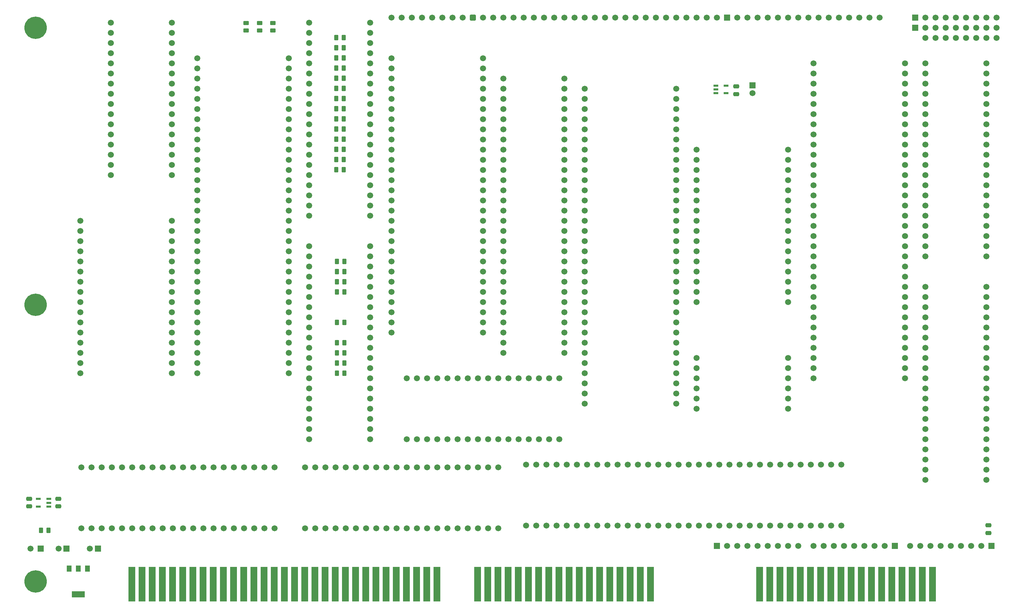
<source format=gts>
%TF.GenerationSoftware,KiCad,Pcbnew,8.0.4*%
%TF.CreationDate,2024-08-15T21:10:45+02:00*%
%TF.ProjectId,Processor Board,50726f63-6573-4736-9f72-20426f617264,rev?*%
%TF.SameCoordinates,PX10f6c60PY1360f00*%
%TF.FileFunction,Soldermask,Top*%
%TF.FilePolarity,Negative*%
%FSLAX46Y46*%
G04 Gerber Fmt 4.6, Leading zero omitted, Abs format (unit mm)*
G04 Created by KiCad (PCBNEW 8.0.4) date 2024-08-15 21:10:45*
%MOMM*%
%LPD*%
G01*
G04 APERTURE LIST*
G04 Aperture macros list*
%AMRoundRect*
0 Rectangle with rounded corners*
0 $1 Rounding radius*
0 $2 $3 $4 $5 $6 $7 $8 $9 X,Y pos of 4 corners*
0 Add a 4 corners polygon primitive as box body*
4,1,4,$2,$3,$4,$5,$6,$7,$8,$9,$2,$3,0*
0 Add four circle primitives for the rounded corners*
1,1,$1+$1,$2,$3*
1,1,$1+$1,$4,$5*
1,1,$1+$1,$6,$7*
1,1,$1+$1,$8,$9*
0 Add four rect primitives between the rounded corners*
20,1,$1+$1,$2,$3,$4,$5,0*
20,1,$1+$1,$4,$5,$6,$7,0*
20,1,$1+$1,$6,$7,$8,$9,0*
20,1,$1+$1,$8,$9,$2,$3,0*%
G04 Aperture macros list end*
%ADD10RoundRect,0.250000X-0.262500X-0.450000X0.262500X-0.450000X0.262500X0.450000X-0.262500X0.450000X0*%
%ADD11C,1.500000*%
%ADD12R,1.200000X1.500000*%
%ADD13R,3.300000X1.500000*%
%ADD14R,1.150000X0.600000*%
%ADD15R,1.780000X8.620000*%
%ADD16RoundRect,0.250000X-0.475000X0.250000X-0.475000X-0.250000X0.475000X-0.250000X0.475000X0.250000X0*%
%ADD17RoundRect,0.262467X-0.537533X-0.537533X0.537533X-0.537533X0.537533X0.537533X-0.537533X0.537533X0*%
%ADD18R,1.600000X1.600000*%
%ADD19RoundRect,0.250000X0.450000X-0.262500X0.450000X0.262500X-0.450000X0.262500X-0.450000X-0.262500X0*%
%ADD20R,1.500000X1.500000*%
%ADD21RoundRect,0.400000X-0.400000X-0.400000X0.400000X-0.400000X0.400000X0.400000X-0.400000X0.400000X0*%
%ADD22C,5.600000*%
%ADD23RoundRect,0.250000X0.475000X-0.250000X0.475000X0.250000X-0.475000X0.250000X-0.475000X-0.250000X0*%
G04 APERTURE END LIST*
D10*
%TO.C,R20*%
X75137000Y-30343000D03*
X76962000Y-30343000D03*
%TD*%
D11*
%TO.C,B10*%
X18772500Y1270000D03*
X18772500Y-1270000D03*
X18772500Y-3810000D03*
X18772500Y-6350000D03*
X18772500Y-8890000D03*
X18772500Y-11430000D03*
X18772500Y-13970000D03*
X18772500Y-16510000D03*
X18772500Y-19050000D03*
X18772500Y-21590000D03*
X18772500Y-24130000D03*
X18772500Y-26670000D03*
X18772500Y-29210000D03*
X18772500Y-31750000D03*
X18772500Y-34290000D03*
X18772500Y-36830000D03*
X34012500Y-36830000D03*
X34012500Y-34290000D03*
X34012500Y-31750000D03*
X34012500Y-29210000D03*
X34012500Y-26670000D03*
X34012500Y-24130000D03*
X34012500Y-21590000D03*
X34012500Y-19050000D03*
X34012500Y-16510000D03*
X34012500Y-13970000D03*
X34012500Y-11430000D03*
X34012500Y-8890000D03*
X34012500Y-6350000D03*
X34012500Y-3810000D03*
X34012500Y-1270000D03*
X34012500Y1270000D03*
%TD*%
D12*
%TO.C,IC3*%
X12960000Y-135230000D03*
X10660000Y-135230000D03*
X8360000Y-135230000D03*
D13*
X10660000Y-141630000D03*
%TD*%
D14*
%TO.C,IC1*%
X169896000Y-14417000D03*
X169896000Y-15367000D03*
X169896000Y-16317000D03*
X172496000Y-16317000D03*
X172496000Y-14417000D03*
%TD*%
D15*
%TO.C,J1*%
X180858248Y-139065000D03*
X183398248Y-139065000D03*
X185938248Y-139065000D03*
X188478248Y-139065000D03*
X191018248Y-139065000D03*
X193558248Y-139065000D03*
X196098248Y-139065000D03*
X198638248Y-139065000D03*
X201178248Y-139065000D03*
X203718248Y-139065000D03*
X206258248Y-139065000D03*
X208798248Y-139065000D03*
X211338248Y-139065000D03*
X213878248Y-139065000D03*
X216418248Y-139065000D03*
X218958248Y-139065000D03*
X221498248Y-139065000D03*
X224038248Y-139065000D03*
%TD*%
D16*
%TO.C,C1*%
X5669000Y-117737000D03*
X5669000Y-119637000D03*
%TD*%
D17*
%TO.C,B18*%
X219710000Y2540000D03*
D11*
X222250000Y2540000D03*
X224790000Y2540000D03*
X227330000Y2540000D03*
X229870000Y2540000D03*
X232410000Y2540000D03*
X234950000Y2540000D03*
X237490000Y2540000D03*
X240030000Y2540000D03*
D18*
X219710000Y0D03*
D11*
X222250000Y0D03*
X224790000Y0D03*
X227330000Y0D03*
X229870000Y0D03*
X232410000Y0D03*
X234950000Y0D03*
X237490000Y0D03*
X240030000Y0D03*
X222250000Y-2540000D03*
X224790000Y-2540000D03*
X227329999Y-2540000D03*
X229870000Y-2540000D03*
X232410000Y-2540000D03*
X234950000Y-2540000D03*
X237490000Y-2540000D03*
X240030001Y-2540000D03*
%TD*%
D19*
%TO.C,R7*%
X55997000Y-658500D03*
X55997000Y1166500D03*
%TD*%
D11*
%TO.C,B5*%
X116840000Y-12700000D03*
X116840000Y-15240000D03*
X116840000Y-17780000D03*
X116840000Y-20320000D03*
X116840000Y-22860000D03*
X116840000Y-25400000D03*
X116840000Y-27940000D03*
X116840000Y-30480000D03*
X116840000Y-33020000D03*
X116840000Y-35560000D03*
X116840000Y-38100000D03*
X116840000Y-40640000D03*
X116840000Y-43180000D03*
X116840000Y-45720000D03*
X116840000Y-48260000D03*
X116840000Y-50800000D03*
X116840000Y-53340000D03*
X116840000Y-55880000D03*
X116840000Y-58420000D03*
X116840000Y-60960000D03*
X116840000Y-63500000D03*
X116840000Y-66040000D03*
X116840000Y-68580000D03*
X116840000Y-71120000D03*
X116840000Y-73660000D03*
X116840000Y-76200000D03*
X116840000Y-78740000D03*
X116840000Y-81280000D03*
X132080000Y-81280000D03*
X132080000Y-78740000D03*
X132080000Y-76200000D03*
X132080000Y-73660000D03*
X132080000Y-71120000D03*
X132080000Y-68580000D03*
X132080000Y-66040000D03*
X132080000Y-63500000D03*
X132080000Y-60960000D03*
X132080000Y-58420000D03*
X132080000Y-55880000D03*
X132080000Y-53340000D03*
X132080000Y-50800000D03*
X132080000Y-48260000D03*
X132080000Y-45720000D03*
X132080000Y-43180000D03*
X132080000Y-40640000D03*
X132080000Y-38100000D03*
X132080000Y-35560000D03*
X132080000Y-33020000D03*
X132080000Y-30480000D03*
X132080000Y-27940000D03*
X132080000Y-25400000D03*
X132080000Y-22860000D03*
X132080000Y-20320000D03*
X132080000Y-17780000D03*
X132080000Y-15240000D03*
X132080000Y-12700000D03*
%TD*%
%TO.C,B3*%
X222250000Y-8890000D03*
X222250000Y-11430000D03*
X222250000Y-13970000D03*
X222250000Y-16510000D03*
X222250000Y-19050000D03*
X222250000Y-21590000D03*
X222250000Y-24130000D03*
X222250000Y-26670000D03*
X222250000Y-29210000D03*
X222250000Y-31750000D03*
X222250000Y-34290000D03*
X222250000Y-36830000D03*
X222250000Y-39370000D03*
X222250000Y-41910000D03*
X222250000Y-44450000D03*
X222250000Y-46990000D03*
X222250000Y-49530000D03*
X222250000Y-52070000D03*
X222250000Y-54610000D03*
X222250000Y-57150000D03*
X237490000Y-57150000D03*
X237490000Y-54610000D03*
X237490000Y-52070000D03*
X237490000Y-49530000D03*
X237490000Y-46990000D03*
X237490000Y-44450000D03*
X237490000Y-41910000D03*
X237490000Y-39370000D03*
X237490000Y-36830000D03*
X237490000Y-34290000D03*
X237490000Y-31750000D03*
X237490000Y-29210000D03*
X237490000Y-26670000D03*
X237490000Y-24130000D03*
X237490000Y-21590000D03*
X237490000Y-19050000D03*
X237490000Y-16510000D03*
X237490000Y-13970000D03*
X237490000Y-11430000D03*
X237490000Y-8890000D03*
%TD*%
D19*
%TO.C,R6*%
X59299000Y-658500D03*
X59299000Y1166500D03*
%TD*%
D11*
%TO.C,B9*%
X59682000Y-109855000D03*
X57142000Y-109855000D03*
X54602000Y-109855000D03*
X52062000Y-109855000D03*
X49522000Y-109855000D03*
X46982000Y-109855000D03*
X44442000Y-109855000D03*
X41902000Y-109855000D03*
X39362000Y-109855000D03*
X36822000Y-109855000D03*
X34282000Y-109855000D03*
X31742000Y-109855000D03*
X29202000Y-109855000D03*
X26662000Y-109855000D03*
X24122000Y-109855000D03*
X21582000Y-109855000D03*
X19042000Y-109855000D03*
X16502000Y-109855000D03*
X13962000Y-109855000D03*
X11422000Y-109855000D03*
X11422000Y-125095000D03*
X13962000Y-125095000D03*
X16502000Y-125095000D03*
X19042000Y-125095000D03*
X21582000Y-125095000D03*
X24122000Y-125095000D03*
X26662000Y-125095000D03*
X29202000Y-125095000D03*
X31742000Y-125095000D03*
X34282000Y-125095000D03*
X36822000Y-125095000D03*
X39362000Y-125095000D03*
X41902000Y-125095000D03*
X44442000Y-125095000D03*
X46982000Y-125095000D03*
X49522000Y-125095000D03*
X52062000Y-125095000D03*
X54602000Y-125095000D03*
X57142000Y-125095000D03*
X59682000Y-125095000D03*
%TD*%
%TO.C,B11*%
X11152500Y-48260000D03*
X11152500Y-50800000D03*
X11152500Y-53340000D03*
X11152500Y-55880000D03*
X11152500Y-58420000D03*
X11152500Y-60960000D03*
X11152500Y-63500000D03*
X11152500Y-66040000D03*
X11152500Y-68580000D03*
X11152500Y-71120000D03*
X11152500Y-73660000D03*
X11152500Y-76200000D03*
X11152500Y-78740000D03*
X11152500Y-81280000D03*
X11152500Y-83820000D03*
X11152500Y-86360000D03*
X34012500Y-86360000D03*
X34012500Y-83820000D03*
X34012500Y-81280000D03*
X34012500Y-78740000D03*
X34012500Y-76200000D03*
X34012500Y-73660000D03*
X34012500Y-71120000D03*
X34012500Y-68580000D03*
X34012500Y-66040000D03*
X34012500Y-63500000D03*
X34012500Y-60960000D03*
X34012500Y-58420000D03*
X34012500Y-55880000D03*
X34012500Y-53340000D03*
X34012500Y-50800000D03*
X34012500Y-48260000D03*
%TD*%
D20*
%TO.C,RN8*%
X238760000Y-129540000D03*
D11*
X236220000Y-129540000D03*
X233680000Y-129540000D03*
X231140000Y-129540000D03*
X228600000Y-129540000D03*
X226060000Y-129540000D03*
X223520000Y-129540000D03*
X220980000Y-129540000D03*
X218440000Y-129540000D03*
%TD*%
D19*
%TO.C,R1*%
X52568000Y-658500D03*
X52568000Y1166500D03*
%TD*%
D10*
%TO.C,R19*%
X75137000Y-27803000D03*
X76962000Y-27803000D03*
%TD*%
%TO.C,R9*%
X75137000Y-2403000D03*
X76962000Y-2403000D03*
%TD*%
%TO.C,R11*%
X75137000Y-7483000D03*
X76962000Y-7483000D03*
%TD*%
%TO.C,R22*%
X75287500Y-60940000D03*
X77112500Y-60940000D03*
%TD*%
%TO.C,R16*%
X75137000Y-20183000D03*
X76962000Y-20183000D03*
%TD*%
D11*
%TO.C,B13*%
X88900000Y2540000D03*
X91440000Y2540000D03*
X93980000Y2540000D03*
X96520000Y2540000D03*
X99060000Y2540000D03*
X101600000Y2540000D03*
X104140000Y2540000D03*
X106680000Y2540000D03*
D21*
X109220000Y2540000D03*
D11*
X111760000Y2540000D03*
X114300000Y2540000D03*
X116840000Y2540000D03*
X119380000Y2540000D03*
X121920000Y2540000D03*
X124460000Y2540000D03*
X127000000Y2540000D03*
X129540000Y2540000D03*
X132080000Y2540000D03*
X134620000Y2540000D03*
X137160000Y2540000D03*
X139700000Y2540000D03*
X142240000Y2540000D03*
X144780000Y2540000D03*
X147320000Y2540000D03*
X149860000Y2540000D03*
X152400000Y2540000D03*
X154940000Y2540000D03*
X157480000Y2540000D03*
X160020000Y2540000D03*
X162560000Y2540000D03*
X165100000Y2540000D03*
X167640000Y2540000D03*
X170180000Y2540000D03*
D18*
X172720000Y2540000D03*
D11*
X175260000Y2540000D03*
X177800000Y2540000D03*
X180340000Y2540000D03*
X182880000Y2540000D03*
X185420000Y2540000D03*
X187960000Y2540000D03*
X190500000Y2540000D03*
X193040000Y2540000D03*
X195580000Y2540000D03*
X198120000Y2540000D03*
X200660000Y2540000D03*
X203200000Y2540000D03*
X205740000Y2540000D03*
X208280000Y2540000D03*
X210820000Y2540000D03*
%TD*%
%TO.C,B14*%
X68302500Y1270000D03*
X68302500Y-1270000D03*
X68302500Y-3810000D03*
X68302500Y-6350000D03*
X68302500Y-8890000D03*
X68302500Y-11430000D03*
X68302500Y-13970000D03*
X68302500Y-16510000D03*
X68302500Y-19050000D03*
X68302500Y-21590000D03*
X68302500Y-24130000D03*
X68302500Y-26670000D03*
X68302500Y-29210000D03*
X68302500Y-31750000D03*
X68302500Y-34290000D03*
X68302500Y-36830000D03*
X68302500Y-39370000D03*
X68302500Y-41910000D03*
X68302500Y-44450000D03*
X68302500Y-46990000D03*
X83542500Y-46990000D03*
X83542500Y-44450000D03*
X83542500Y-41910000D03*
X83542500Y-39370000D03*
X83542500Y-36830000D03*
X83542500Y-34290000D03*
X83542500Y-31750000D03*
X83542500Y-29210000D03*
X83542500Y-26670000D03*
X83542500Y-24130000D03*
X83542500Y-21590000D03*
X83542500Y-19050000D03*
X83542500Y-16510000D03*
X83542500Y-13970000D03*
X83542500Y-11430000D03*
X83542500Y-8890000D03*
X83542500Y-6350000D03*
X83542500Y-3810000D03*
X83542500Y-1270000D03*
X83542500Y1270000D03*
%TD*%
%TO.C,B19*%
X165100000Y-82550000D03*
X165100000Y-85090000D03*
X165100000Y-87630000D03*
X165100000Y-90170000D03*
X165100000Y-92710000D03*
X165100000Y-95250000D03*
X187960000Y-95250000D03*
X187960000Y-92710000D03*
X187960000Y-90170000D03*
X187960000Y-87630000D03*
X187960000Y-85090000D03*
X187960000Y-82550000D03*
%TD*%
D20*
%TO.C,C4*%
X7739000Y-130175000D03*
D11*
X5739000Y-130175000D03*
%TD*%
D22*
%TO.C,H8*%
X0Y0D03*
%TD*%
D14*
%TO.C,IC2*%
X3316000Y-119682000D03*
X3316000Y-118732000D03*
X3316000Y-117782000D03*
X716000Y-117782000D03*
X716000Y-119682000D03*
%TD*%
D16*
%TO.C,C2*%
X-1570000Y-117737000D03*
X-1570000Y-119637000D03*
%TD*%
D11*
%TO.C,B15*%
X130810000Y-87630000D03*
X128270000Y-87630000D03*
X125730000Y-87630000D03*
X123190000Y-87630000D03*
X120650000Y-87630000D03*
X118110000Y-87630000D03*
X115570000Y-87630000D03*
X113030000Y-87630000D03*
X110490000Y-87630000D03*
X107950000Y-87630000D03*
X105410000Y-87630000D03*
X102870000Y-87630000D03*
X100330000Y-87630000D03*
X97790000Y-87630000D03*
X95250000Y-87630000D03*
X92710000Y-87630000D03*
X92710000Y-102870000D03*
X95250000Y-102870000D03*
X97790000Y-102870000D03*
X100330000Y-102870000D03*
X102870000Y-102870000D03*
X105410000Y-102870000D03*
X107950000Y-102870000D03*
X110490000Y-102870000D03*
X113030000Y-102870000D03*
X115570000Y-102870000D03*
X118110000Y-102870000D03*
X120650000Y-102870000D03*
X123190000Y-102870000D03*
X125730000Y-102870000D03*
X128270000Y-102870000D03*
X130810000Y-102870000D03*
%TD*%
D10*
%TO.C,R25*%
X75137000Y-32883000D03*
X76962000Y-32883000D03*
%TD*%
D20*
%TO.C,RN9*%
X214630000Y-129540000D03*
D11*
X212090000Y-129540000D03*
X209550000Y-129540000D03*
X207010000Y-129540000D03*
X204470000Y-129540000D03*
X201930000Y-129540000D03*
X199390000Y-129540000D03*
X196850000Y-129540000D03*
X194310000Y-129540000D03*
%TD*%
D10*
%TO.C,R32*%
X75287500Y-86330000D03*
X77112500Y-86330000D03*
%TD*%
%TO.C,R23*%
X75287500Y-63470000D03*
X77112500Y-63470000D03*
%TD*%
%TO.C,R12*%
X75137000Y-10023000D03*
X76962000Y-10023000D03*
%TD*%
D11*
%TO.C,B6*%
X40362500Y-7620000D03*
X40362500Y-10160000D03*
X40362500Y-12700000D03*
X40362500Y-15240000D03*
X40362500Y-17780000D03*
X40362500Y-20320000D03*
X40362500Y-22860000D03*
X40362500Y-25400000D03*
X40362500Y-27940000D03*
X40362500Y-30480000D03*
X40362500Y-33020000D03*
X40362500Y-35560000D03*
X40362500Y-38100000D03*
X40362500Y-40640000D03*
X40362500Y-43180000D03*
X40362500Y-45720000D03*
X40362500Y-48260000D03*
X40362500Y-50800000D03*
X40362500Y-53340000D03*
X40362500Y-55880000D03*
X40362500Y-58420000D03*
X40362500Y-60960000D03*
X40362500Y-63500000D03*
X40362500Y-66040000D03*
X40362500Y-68580000D03*
X40362500Y-71120000D03*
X40362500Y-73660000D03*
X40362500Y-76200000D03*
X40362500Y-78740000D03*
X40362500Y-81280000D03*
X40362500Y-83820000D03*
X40362500Y-86360000D03*
X63222500Y-86360000D03*
X63222500Y-83820000D03*
X63222500Y-81280000D03*
X63222500Y-78740000D03*
X63222500Y-76200000D03*
X63222500Y-73660000D03*
X63222500Y-71120000D03*
X63222500Y-68580000D03*
X63222500Y-66040000D03*
X63222500Y-63500000D03*
X63222500Y-60960000D03*
X63222500Y-58420000D03*
X63222500Y-55880000D03*
X63222500Y-53340000D03*
X63222500Y-50800000D03*
X63222500Y-48260000D03*
X63222500Y-45720000D03*
X63222500Y-43180000D03*
X63222500Y-40640000D03*
X63222500Y-38100000D03*
X63222500Y-35560000D03*
X63222500Y-33020000D03*
X63222500Y-30480000D03*
X63222500Y-27940000D03*
X63222500Y-25400000D03*
X63222500Y-22860000D03*
X63222500Y-20320000D03*
X63222500Y-17780000D03*
X63222500Y-15240000D03*
X63222500Y-12700000D03*
X63222500Y-10160000D03*
X63222500Y-7620000D03*
%TD*%
%TO.C,B16*%
X68302500Y-54610000D03*
X68302500Y-57150000D03*
X68302500Y-59690000D03*
X68302500Y-62230000D03*
X68302500Y-64770000D03*
X68302500Y-67310000D03*
X68302500Y-69850000D03*
X68302500Y-72390000D03*
X68302500Y-74930000D03*
X68302500Y-77470000D03*
X68302500Y-80010000D03*
X68302500Y-82550000D03*
X68302500Y-85090000D03*
X68302500Y-87630000D03*
X68302500Y-90170000D03*
X68302500Y-92710000D03*
X68302500Y-95250000D03*
X68302500Y-97790000D03*
X68302500Y-100330000D03*
X68302500Y-102870000D03*
X83542500Y-102870000D03*
X83542500Y-100330000D03*
X83542500Y-97790000D03*
X83542500Y-95250000D03*
X83542500Y-92710000D03*
X83542500Y-90170000D03*
X83542500Y-87630000D03*
X83542500Y-85090000D03*
X83542500Y-82550000D03*
X83542500Y-80010000D03*
X83542500Y-77470000D03*
X83542500Y-74930000D03*
X83542500Y-72390000D03*
X83542500Y-69850000D03*
X83542500Y-67310000D03*
X83542500Y-64770000D03*
X83542500Y-62230000D03*
X83542500Y-59690000D03*
X83542500Y-57150000D03*
X83542500Y-54610000D03*
%TD*%
D20*
%TO.C,LED2*%
X1262000Y-130175000D03*
D11*
X-1278000Y-130175000D03*
%TD*%
D20*
%TO.C,C3*%
X15581000Y-130175000D03*
D11*
X13581000Y-130175000D03*
%TD*%
%TO.C,B1*%
X137160000Y-15240000D03*
X137160000Y-17780000D03*
X137160000Y-20320000D03*
X137160000Y-22860000D03*
X137160000Y-25400000D03*
X137160000Y-27940000D03*
X137160000Y-30480000D03*
X137160000Y-33020000D03*
X137160000Y-35560000D03*
X137160000Y-38100000D03*
X137160000Y-40640000D03*
X137160000Y-43180000D03*
X137160000Y-45720000D03*
X137160000Y-48260000D03*
X137160000Y-50800000D03*
X137160000Y-53340000D03*
X137160000Y-55880000D03*
X137160000Y-58420000D03*
X137160000Y-60960000D03*
X137160000Y-63500000D03*
X137160000Y-66040000D03*
X137160000Y-68580000D03*
X137160000Y-71120000D03*
X137160000Y-73660000D03*
X137160000Y-76200000D03*
X137160000Y-78740000D03*
X137160000Y-81280000D03*
X137160000Y-83820000D03*
X137160000Y-86360000D03*
X137160000Y-88900000D03*
X137160000Y-91440000D03*
X137160000Y-93980000D03*
X160020000Y-93980000D03*
X160020000Y-91440000D03*
X160020000Y-88900000D03*
X160020000Y-86360000D03*
X160020000Y-83820000D03*
X160020000Y-81280000D03*
X160020000Y-78740000D03*
X160020000Y-76200000D03*
X160020000Y-73660000D03*
X160020000Y-71120000D03*
X160020000Y-68580000D03*
X160020000Y-66040000D03*
X160020000Y-63500000D03*
X160020000Y-60960000D03*
X160020000Y-58420000D03*
X160020000Y-55880000D03*
X160020000Y-53340000D03*
X160020000Y-50800000D03*
X160020000Y-48260000D03*
X160020000Y-45720000D03*
X160020000Y-43180000D03*
X160020000Y-40640000D03*
X160020000Y-38100000D03*
X160020000Y-35560000D03*
X160020000Y-33020000D03*
X160020000Y-30480000D03*
X160020000Y-27940000D03*
X160020000Y-25400000D03*
X160020000Y-22860000D03*
X160020000Y-20320000D03*
X160020000Y-17780000D03*
X160020000Y-15240000D03*
%TD*%
D22*
%TO.C,H16*%
X0Y-69215000D03*
%TD*%
D10*
%TO.C,R13*%
X75137000Y-12563000D03*
X76962000Y-12563000D03*
%TD*%
%TO.C,R24*%
X75287500Y-66020000D03*
X77112500Y-66020000D03*
%TD*%
%TO.C,R3*%
X1365500Y-125593000D03*
X3190500Y-125593000D03*
%TD*%
D23*
%TO.C,C11*%
X237998000Y-126283000D03*
X237998000Y-124383000D03*
%TD*%
D10*
%TO.C,R26*%
X75137000Y-35423000D03*
X76962000Y-35423000D03*
%TD*%
%TO.C,R29*%
X75287500Y-78720000D03*
X77112500Y-78720000D03*
%TD*%
D11*
%TO.C,B4*%
X88900000Y-7620000D03*
X88900000Y-10160000D03*
X88900000Y-12700000D03*
X88900000Y-15240000D03*
X88900000Y-17780000D03*
X88900000Y-20320000D03*
X88900000Y-22860000D03*
X88900000Y-25400000D03*
X88900000Y-27940000D03*
X88900000Y-30480000D03*
X88900000Y-33020000D03*
X88900000Y-35560000D03*
X88900000Y-38100000D03*
X88900000Y-40640000D03*
X88900000Y-43180000D03*
X88900000Y-45720000D03*
X88900000Y-48260000D03*
X88900000Y-50800000D03*
X88900000Y-53340000D03*
X88900000Y-55880000D03*
X88900000Y-58420000D03*
X88900000Y-60960000D03*
X88900000Y-63500000D03*
X88900000Y-66040000D03*
X88900000Y-68580000D03*
X88900000Y-71120000D03*
X88900000Y-73660000D03*
X88900000Y-76200000D03*
X111760000Y-76200000D03*
X111760000Y-73660000D03*
X111760000Y-71120000D03*
X111760000Y-68580000D03*
X111760000Y-66040000D03*
X111760000Y-63500000D03*
X111760000Y-60960000D03*
X111760000Y-58420000D03*
X111760000Y-55880000D03*
X111760000Y-53340000D03*
X111760000Y-50800000D03*
X111760000Y-48260000D03*
X111760000Y-45720000D03*
X111760000Y-43180000D03*
X111760000Y-40640000D03*
X111760000Y-38100000D03*
X111760000Y-35560000D03*
X111760000Y-33020000D03*
X111760000Y-30480000D03*
X111760000Y-27940000D03*
X111760000Y-25400000D03*
X111760000Y-22860000D03*
X111760000Y-20320000D03*
X111760000Y-17780000D03*
X111760000Y-15240000D03*
X111760000Y-12700000D03*
X111760000Y-10160000D03*
X111760000Y-7620000D03*
%TD*%
%TO.C,B2*%
X165100000Y-30480000D03*
X165100000Y-33020000D03*
X165100000Y-35560000D03*
X165100000Y-38100000D03*
X165100000Y-40640000D03*
X165100000Y-43180000D03*
X165100000Y-45720000D03*
X165100000Y-48260000D03*
X165100000Y-50800000D03*
X165100000Y-53340000D03*
X165100000Y-55880000D03*
X165100000Y-58420000D03*
X165100000Y-60960000D03*
X165100000Y-63500000D03*
X165100000Y-66040000D03*
X165100000Y-68580000D03*
X187960000Y-68580000D03*
X187960000Y-66040000D03*
X187960000Y-63500000D03*
X187960000Y-60960000D03*
X187960000Y-58420000D03*
X187960000Y-55880000D03*
X187960000Y-53340000D03*
X187960000Y-50800000D03*
X187960000Y-48260000D03*
X187960000Y-45720000D03*
X187960000Y-43180000D03*
X187960000Y-40640000D03*
X187960000Y-38100000D03*
X187960000Y-35560000D03*
X187960000Y-33020000D03*
X187960000Y-30480000D03*
%TD*%
D10*
%TO.C,R18*%
X75137000Y-25263000D03*
X76962000Y-25263000D03*
%TD*%
D15*
%TO.C,J5*%
X24079200Y-139065000D03*
X26619200Y-139065000D03*
X29159200Y-139065000D03*
X31699200Y-139065000D03*
X34239200Y-139065000D03*
X36779200Y-139065000D03*
X39319200Y-139065000D03*
X41859200Y-139065000D03*
X44399200Y-139065000D03*
X46939200Y-139065000D03*
X49479200Y-139065000D03*
X52019200Y-139065000D03*
X54559200Y-139065000D03*
X57099200Y-139065000D03*
X59639200Y-139065000D03*
X62179200Y-139065000D03*
X64719200Y-139065000D03*
X67259200Y-139065000D03*
X69799200Y-139065000D03*
X72339200Y-139065000D03*
X74879200Y-139065000D03*
X77419200Y-139065000D03*
X79959200Y-139065000D03*
X82499200Y-139065000D03*
X85039200Y-139065000D03*
X87579200Y-139065000D03*
X90119200Y-139065000D03*
X92659200Y-139065000D03*
X95199200Y-139065000D03*
X97739200Y-139065000D03*
X100279200Y-139065000D03*
X110439200Y-139065000D03*
X112979200Y-139065000D03*
X115519200Y-139065000D03*
X118059200Y-139065000D03*
X120599200Y-139065000D03*
X123139200Y-139065000D03*
X125679200Y-139065000D03*
X128219200Y-139065000D03*
X130759200Y-139065000D03*
X133299200Y-139065000D03*
X135839200Y-139065000D03*
X138379200Y-139065000D03*
X140919200Y-139065000D03*
X143459200Y-139065000D03*
X145999200Y-139065000D03*
X148539200Y-139065000D03*
X151079200Y-139065000D03*
X153619200Y-139065000D03*
%TD*%
D20*
%TO.C,RN7*%
X170180000Y-129540000D03*
D11*
X172720000Y-129540000D03*
X175260000Y-129540000D03*
X177800000Y-129540000D03*
X180340000Y-129540000D03*
X182880000Y-129540000D03*
X185420000Y-129540000D03*
X187960000Y-129540000D03*
X190500000Y-129540000D03*
%TD*%
D10*
%TO.C,R21*%
X75287500Y-58400000D03*
X77112500Y-58400000D03*
%TD*%
%TO.C,R30*%
X75287500Y-81260000D03*
X77112500Y-81260000D03*
%TD*%
%TO.C,R27*%
X75287500Y-73640000D03*
X77112500Y-73640000D03*
%TD*%
D11*
%TO.C,B8*%
X115562000Y-109855000D03*
X113022000Y-109855000D03*
X110482000Y-109855000D03*
X107942000Y-109855000D03*
X105402000Y-109855000D03*
X102862000Y-109855000D03*
X100322000Y-109855000D03*
X97782000Y-109855000D03*
X95242000Y-109855000D03*
X92702000Y-109855000D03*
X90162000Y-109855000D03*
X87622000Y-109855000D03*
X85082000Y-109855000D03*
X82542000Y-109855000D03*
X80002000Y-109855000D03*
X77462000Y-109855000D03*
X74922000Y-109855000D03*
X72382000Y-109855000D03*
X69842000Y-109855000D03*
X67302000Y-109855000D03*
X67302000Y-125095000D03*
X69842000Y-125095000D03*
X72382000Y-125095000D03*
X74922000Y-125095000D03*
X77462000Y-125095000D03*
X80002000Y-125095000D03*
X82542000Y-125095000D03*
X85082000Y-125095000D03*
X87622000Y-125095000D03*
X90162000Y-125095000D03*
X92702000Y-125095000D03*
X95242000Y-125095000D03*
X97782000Y-125095000D03*
X100322000Y-125095000D03*
X102862000Y-125095000D03*
X105402000Y-125095000D03*
X107942000Y-125095000D03*
X110482000Y-125095000D03*
X113022000Y-125095000D03*
X115562000Y-125095000D03*
%TD*%
D10*
%TO.C,R10*%
X75137000Y-4943000D03*
X76962000Y-4943000D03*
%TD*%
D11*
%TO.C,B7*%
X201287000Y-109220000D03*
X198747000Y-109220000D03*
X196207000Y-109220000D03*
X193667000Y-109220000D03*
X191127000Y-109220000D03*
X188587000Y-109220000D03*
X186047000Y-109220000D03*
X183507000Y-109220000D03*
X180967000Y-109220000D03*
X178427000Y-109220000D03*
X175887000Y-109220000D03*
X173347000Y-109220000D03*
X170807000Y-109220000D03*
X168267000Y-109220000D03*
X165727000Y-109220000D03*
X163187000Y-109220000D03*
X160647000Y-109220000D03*
X158107000Y-109220000D03*
X155567000Y-109220000D03*
X153027000Y-109220000D03*
X150487000Y-109220000D03*
X147947000Y-109220000D03*
X145407000Y-109220000D03*
X142867000Y-109220000D03*
X140327000Y-109220000D03*
X137787000Y-109220000D03*
X135247000Y-109220000D03*
X132707000Y-109220000D03*
X130167000Y-109220000D03*
X127627000Y-109220000D03*
X125087000Y-109220000D03*
X122547000Y-109220000D03*
X122547000Y-124460000D03*
X125087000Y-124460000D03*
X127627000Y-124460000D03*
X130167000Y-124460000D03*
X132707000Y-124460000D03*
X135247000Y-124460000D03*
X137787000Y-124460000D03*
X140327000Y-124460000D03*
X142867000Y-124460000D03*
X145407000Y-124460000D03*
X147947000Y-124460000D03*
X150487000Y-124460000D03*
X153027000Y-124460000D03*
X155567000Y-124460000D03*
X158107000Y-124460000D03*
X160647000Y-124460000D03*
X163187000Y-124460000D03*
X165727000Y-124460000D03*
X168267000Y-124460000D03*
X170807000Y-124460000D03*
X173347000Y-124460000D03*
X175887000Y-124460000D03*
X178427000Y-124460000D03*
X180967000Y-124460000D03*
X183507000Y-124460000D03*
X186047000Y-124460000D03*
X188587000Y-124460000D03*
X191127000Y-124460000D03*
X193667000Y-124460000D03*
X196207000Y-124460000D03*
X198747000Y-124460000D03*
X201287000Y-124460000D03*
%TD*%
%TO.C,B12*%
X222250000Y-64770000D03*
X222250000Y-67310000D03*
X222250000Y-69850000D03*
X222250000Y-72390000D03*
X222250000Y-74930000D03*
X222250000Y-77470000D03*
X222250000Y-80010000D03*
X222250000Y-82550000D03*
X222250000Y-85090000D03*
X222250000Y-87630000D03*
X222250000Y-90170000D03*
X222250000Y-92710000D03*
X222250000Y-95250000D03*
X222250000Y-97790000D03*
X222250000Y-100330000D03*
X222250000Y-102870000D03*
X222250000Y-105410000D03*
X222250000Y-107950000D03*
X222250000Y-110490000D03*
X222250000Y-113030000D03*
X237490000Y-113030000D03*
X237490000Y-110490000D03*
X237490000Y-107950000D03*
X237490000Y-105410000D03*
X237490000Y-102870000D03*
X237490000Y-100330000D03*
X237490000Y-97790000D03*
X237490000Y-95250000D03*
X237490000Y-92710000D03*
X237490000Y-90170000D03*
X237490000Y-87630000D03*
X237490000Y-85090000D03*
X237490000Y-82550000D03*
X237490000Y-80010000D03*
X237490000Y-77470000D03*
X237490000Y-74930000D03*
X237490000Y-72390000D03*
X237490000Y-69850000D03*
X237490000Y-67310000D03*
X237490000Y-64770000D03*
%TD*%
D10*
%TO.C,R14*%
X75137000Y-15093000D03*
X76962000Y-15093000D03*
%TD*%
D20*
%TO.C,C5*%
X179070000Y-14351000D03*
D11*
X179070000Y-16351001D03*
%TD*%
D10*
%TO.C,R17*%
X75137000Y-22723000D03*
X76962000Y-22723000D03*
%TD*%
%TO.C,R31*%
X75287500Y-83800000D03*
X77112500Y-83800000D03*
%TD*%
D23*
%TO.C,C6*%
X175006000Y-16555000D03*
X175006000Y-14655000D03*
%TD*%
D10*
%TO.C,R15*%
X75137000Y-17643000D03*
X76962000Y-17643000D03*
%TD*%
D22*
%TO.C,H9*%
X0Y-138430000D03*
%TD*%
D11*
%TO.C,B17*%
X194310000Y-8890000D03*
X194310000Y-11430000D03*
X194310000Y-13970000D03*
X194310000Y-16510000D03*
X194310000Y-19050000D03*
X194310000Y-21590000D03*
X194310000Y-24130000D03*
X194310000Y-26670000D03*
X194310000Y-29210000D03*
X194310000Y-31750000D03*
X194310000Y-34290000D03*
X194310000Y-36830000D03*
X194310000Y-39370000D03*
X194310000Y-41910000D03*
X194310000Y-44450000D03*
X194310000Y-46990000D03*
X194310000Y-49530000D03*
X194310000Y-52070000D03*
X194310000Y-54610000D03*
X194310000Y-57150000D03*
X194310000Y-59690000D03*
X194310000Y-62230000D03*
X194310000Y-64770000D03*
X194310000Y-67310000D03*
X194310000Y-69850000D03*
X194310000Y-72390000D03*
X194310000Y-74930000D03*
X194310000Y-77470000D03*
X194310000Y-80010000D03*
X194310000Y-82550000D03*
X194310000Y-85090000D03*
X194310000Y-87630000D03*
X217170000Y-87630000D03*
X217170000Y-85090000D03*
X217170000Y-82550000D03*
X217170000Y-80010000D03*
X217170000Y-77470000D03*
X217170000Y-74930000D03*
X217170000Y-72390000D03*
X217170000Y-69850000D03*
X217170000Y-67310000D03*
X217170000Y-64770000D03*
X217170000Y-62230000D03*
X217170000Y-59690000D03*
X217170000Y-57150000D03*
X217170000Y-54610000D03*
X217170000Y-52070000D03*
X217170000Y-49530000D03*
X217170000Y-46990000D03*
X217170000Y-44450000D03*
X217170000Y-41910000D03*
X217170000Y-39370000D03*
X217170000Y-36830000D03*
X217170000Y-34290000D03*
X217170000Y-31750000D03*
X217170000Y-29210000D03*
X217170000Y-26670000D03*
X217170000Y-24130000D03*
X217170000Y-21590000D03*
X217170000Y-19050000D03*
X217170000Y-16510000D03*
X217170000Y-13970000D03*
X217170000Y-11430000D03*
X217170000Y-8890000D03*
%TD*%
M02*

</source>
